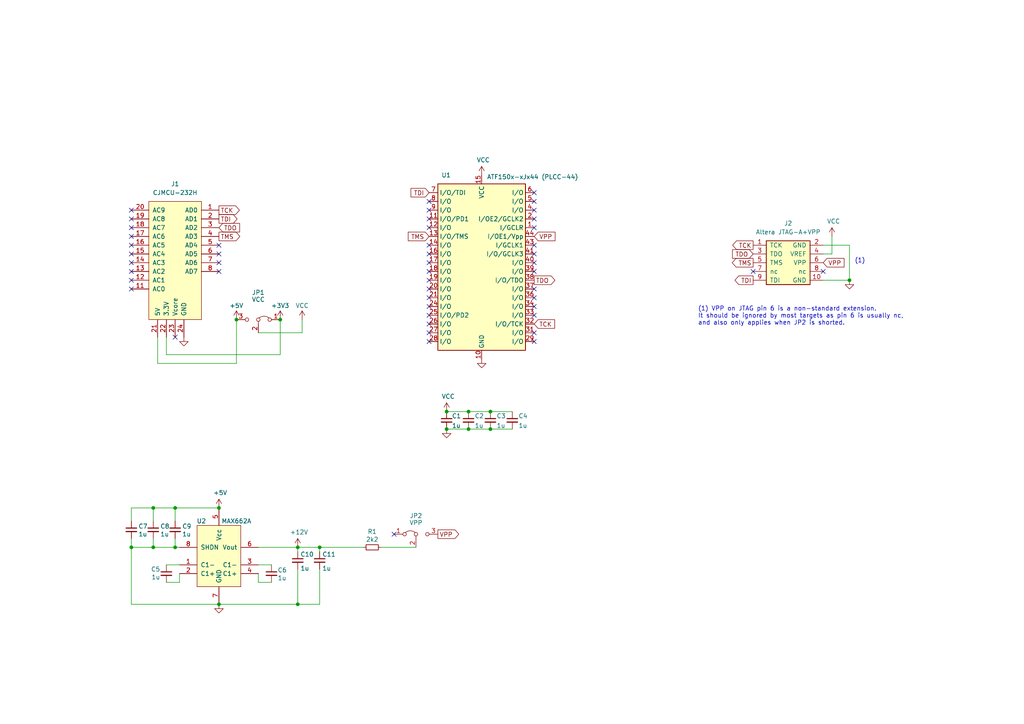
<source format=kicad_sch>
(kicad_sch (version 20231120) (generator "eeschema") (generator_version "8.0")
  (paper "A4")
  (title_block (title "FT232H-ATF150x") (date "2024-06-23") (rev "002") (company "Brian K. White") (comment 1 "CC-BY-SA") (comment 2 "github.com/bkw777/FT232H-ATF150x"))
  (lib_symbols
    (symbol "000_LOCAL:ATF150x-xJx44 (PLCC-44)"
      (property "Reference" "U" (at -12.446 24.892 0))
      (property "Value" "ATF150x-xJx44 (PLCC-44)" (at 1.524 24.892 0))
      (symbol "ATF150x-xJx44 (PLCC-44)_0_1"
        (rectangle (start -12.7 22.86) (end 12.7 -25.4) (stroke (width 0.254)) (fill (type background)))
      )
      (symbol "ATF150x-xJx44 (PLCC-44)_1_1"
        (pin input line (at 15.24 10.16 180) (length 2.54) (name "I/GCLR") (number "1"))
        (pin power_in line (at 0 -27.94 90) (length 2.54) (name "GND") (number "10"))
        (pin bidirectional line (at -15.24 12.7 0) (length 2.54) (name "I/O/PD1") (number "11"))
        (pin bidirectional line (at -15.24 10.16 0) (length 2.54) (name "I/O") (number "12"))
        (pin bidirectional line (at -15.24 7.62 0) (length 2.54) (name "I/O/TMS") (number "13"))
        (pin bidirectional line (at -15.24 5.08 0) (length 2.54) (name "I/O") (number "14"))
        (pin power_in line (at 0 25.4 270) (length 2.54) (name "VCC") (number "15"))
        (pin bidirectional line (at -15.24 2.54 0) (length 2.54) (name "I/O") (number "16"))
        (pin bidirectional line (at -15.24 0 0) (length 2.54) (name "I/O") (number "17"))
        (pin bidirectional line (at -15.24 -2.54 0) (length 2.54) (name "I/O") (number "18"))
        (pin bidirectional line (at -15.24 -5.08 0) (length 2.54) (name "I/O") (number "19"))
        (pin input line (at 15.24 12.7 180) (length 2.54) (name "I/OE2/GCLK2") (number "2"))
        (pin bidirectional line (at -15.24 -7.62 0) (length 2.54) (name "I/O") (number "20"))
        (pin bidirectional line (at -15.24 -10.16 0) (length 2.54) (name "I/O") (number "21"))
        (pin passive line (at 0 -27.94 90) (length 2.54) hide (name "GND") (number "22"))
        (pin passive line (at 0 25.4 270) (length 2.54) hide (name "VCC") (number "23"))
        (pin bidirectional line (at -15.24 -12.7 0) (length 2.54) (name "I/O") (number "24"))
        (pin bidirectional line (at -15.24 -15.24 0) (length 2.54) (name "I/O/PD2") (number "25"))
        (pin bidirectional line (at -15.24 -17.78 0) (length 2.54) (name "I/O") (number "26"))
        (pin bidirectional line (at -15.24 -20.32 0) (length 2.54) (name "I/O") (number "27"))
        (pin bidirectional line (at -15.24 -22.86 0) (length 2.54) (name "I/O") (number "28"))
        (pin bidirectional line (at 15.24 -22.86 180) (length 2.54) (name "I/O") (number "29"))
        (pin passive line (at 0 25.4 270) (length 2.54) hide (name "VCC") (number "3"))
        (pin passive line (at 0 -27.94 90) (length 2.54) hide (name "GND") (number "30"))
        (pin bidirectional line (at 15.24 -20.32 180) (length 2.54) (name "I/O") (number "31"))
        (pin bidirectional line (at 15.24 -17.78 180) (length 2.54) (name "I/O/TCK") (number "32"))
        (pin bidirectional line (at 15.24 -15.24 180) (length 2.54) (name "I/O") (number "33"))
        (pin bidirectional line (at 15.24 -12.7 180) (length 2.54) (name "I/O") (number "34"))
        (pin passive line (at 0 25.4 270) (length 2.54) hide (name "VCC") (number "35"))
        (pin bidirectional line (at 15.24 -10.16 180) (length 2.54) (name "I/O") (number "36"))
        (pin bidirectional line (at 15.24 -7.62 180) (length 2.54) (name "I/O") (number "37"))
        (pin bidirectional line (at 15.24 -5.08 180) (length 2.54) (name "I/O/TDO") (number "38"))
        (pin bidirectional line (at 15.24 -2.54 180) (length 2.54) (name "I/O") (number "39"))
        (pin bidirectional line (at 15.24 15.24 180) (length 2.54) (name "I/O") (number "4"))
        (pin bidirectional line (at 15.24 0 180) (length 2.54) (name "I/O") (number "40"))
        (pin bidirectional line (at 15.24 2.54 180) (length 2.54) (name "I/O/GCLK3") (number "41"))
        (pin passive line (at 0 -27.94 90) (length 2.54) hide (name "GND") (number "42"))
        (pin input line (at 15.24 5.08 180) (length 2.54) (name "I/GCLK1") (number "43"))
        (pin input line (at 15.24 7.62 180) (length 2.54) (name "I/OE1/Vpp") (number "44"))
        (pin bidirectional line (at 15.24 17.78 180) (length 2.54) (name "I/O") (number "5"))
        (pin bidirectional line (at 15.24 20.32 180) (length 2.54) (name "I/O") (number "6"))
        (pin bidirectional line (at -15.24 20.32 0) (length 2.54) (name "I/O/TDI") (number "7"))
        (pin bidirectional line (at -15.24 17.78 0) (length 2.54) (name "I/O") (number "8"))
        (pin bidirectional line (at -15.24 15.24 0) (length 2.54) (name "I/O") (number "9"))
      )
    )
    (symbol "000_LOCAL:Altera JTAG-A+VPP" (pin_names (offset 1.016))
      (property "Reference" "J" (at 0 11.43 0))
      (property "Value" "Altera JTAG-A+VPP" (at 0 8.89 0))
      (symbol "Altera JTAG-A+VPP_1_1"
        (rectangle (start -6.35 6.35) (end 6.35 -6.35) (stroke (width 0.254)) (fill (type background)))
        (pin passive line (at -10.16 5.08 0) (length 3.81) (name "TCK") (number "1"))
        (pin passive line (at 10.16 -5.08 180) (length 3.81) (name "GND") (number "10"))
        (pin passive line (at 10.16 5.08 180) (length 3.81) (name "GND") (number "2"))
        (pin passive line (at -10.16 2.54 0) (length 3.81) (name "TDO") (number "3"))
        (pin passive line (at 10.16 2.54 180) (length 3.81) (name "VREF") (number "4"))
        (pin passive line (at -10.16 0 0) (length 3.81) (name "TMS") (number "5"))
        (pin passive line (at 10.16 0 180) (length 3.81) (name "VPP") (number "6"))
        (pin passive line (at -10.16 -2.54 0) (length 3.81) (name "nc") (number "7"))
        (pin passive line (at 10.16 -2.54 180) (length 3.81) (name "nc") (number "8"))
        (pin passive line (at -10.16 -5.08 0) (length 3.81) (name "TDI") (number "9"))
      )
    )
    (symbol "000_LOCAL:C" (pin_numbers hide) (pin_names (offset 0.254) hide)
      (property "Reference" "C" (at 0.254 1.778 0))
      (property "Value" "C" (at 0.254 -2.032 0))
      (symbol "C_0_1"
        (polyline (pts (xy -1.524 -0.508) (xy 1.524 -0.508)) (stroke (width 0.3302)))
        (polyline (pts (xy -1.524 0.508) (xy 1.524 0.508)) (stroke (width 0.3048)))
      )
      (symbol "C_1_1"
        (pin passive line (at 0 2.54 270) (length 2.032) (name "~") (number "1"))
        (pin passive line (at 0 -2.54 90) (length 2.032) (name "~") (number "2"))
      )
    )
    (symbol "000_LOCAL:Jumper_3_Bridged12" (pin_names (offset 0) hide) (exclude_from_sim yes) (in_bom no)
      (property "Reference" "JP" (at -2.54 -2.54 0))
      (property "Value" "Jumper_3_Bridged12" (at 0 2.794 0))
      (symbol "Jumper_3_Bridged12_0_0"
        (circle (center -3.302 0) (radius 0.508))
        (circle (center 0 0) (radius 0.508))
        (circle (center 3.302 0) (radius 0.508))
      )
      (symbol "Jumper_3_Bridged12_0_1"
        (arc (start -0.254 0.508) (mid -1.651 0.9912) (end -3.048 0.508))
        (polyline (pts (xy 0 -1.27) (xy 0 -0.508)))
      )
      (symbol "Jumper_3_Bridged12_1_1"
        (pin passive line (at -6.35 0 0) (length 2.54) (name "A") (number "1"))
        (pin passive line (at 0 -3.81 90) (length 2.54) (name "C") (number "2"))
        (pin passive line (at 6.35 0 180) (length 2.54) (name "B") (number "3"))
      )
    )
    (symbol "000_LOCAL:R" (pin_numbers hide) (pin_names (offset 0.254) hide)
      (property "Reference" "R" (at 0.762 0.508 0))
      (property "Value" "R" (at 0.762 -1.016 0))
      (symbol "R_0_1"
        (rectangle (start -0.762 1.778) (end 0.762 -1.778) (stroke (width 0.2032)))
      )
      (symbol "R_1_1"
        (pin passive line (at 0 2.54 270) (length 0.762) (name "~") (number "1"))
        (pin passive line (at 0 -2.54 90) (length 0.762) (name "~") (number "2"))
      )
    )
    (symbol "ATF2FT232HQ-rescue:+12V-power" (power) (pin_names (offset 0))
      (property "Value" "power_+12V" (at 0 3.556 0))
      (symbol "+12V-power_0_1"
        (polyline (pts (xy -0.762 1.27) (xy 0 2.54)))
        (polyline (pts (xy 0 0) (xy 0 2.54)))
        (polyline (pts (xy 0 2.54) (xy 0.762 1.27)))
      )
      (symbol "+12V-power_1_1"
        (pin power_in line (at 0 0 90) (length 0) hide (name "+12V") (number "1"))
      )
    )
    (symbol "ATF2FT232HQ-rescue:+3V3-power" (power) (pin_names (offset 0))
      (property "Value" "power_+3V3" (at 0 3.556 0))
      (symbol "+3V3-power_0_1"
        (polyline (pts (xy -0.762 1.27) (xy 0 2.54)))
        (polyline (pts (xy 0 0) (xy 0 2.54)))
        (polyline (pts (xy 0 2.54) (xy 0.762 1.27)))
      )
      (symbol "+3V3-power_1_1"
        (pin power_in line (at 0 0 90) (length 0) hide (name "+3V3") (number "1"))
      )
    )
    (symbol "ATF2FT232HQ-rescue:+5V-power" (power) (pin_names (offset 0))
      (property "Value" "power_+5V" (at 0 3.556 0))
      (symbol "+5V-power_0_1"
        (polyline (pts (xy -0.762 1.27) (xy 0 2.54)))
        (polyline (pts (xy 0 0) (xy 0 2.54)))
        (polyline (pts (xy 0 2.54) (xy 0.762 1.27)))
      )
      (symbol "+5V-power_1_1"
        (pin power_in line (at 0 0 90) (length 0) hide (name "+5V") (number "1"))
      )
    )
    (symbol "ATF2FT232HQ-rescue:GND-power" (power) (pin_names (offset 0))
      (property "Value" "power_GND" (at 0 -3.81 0))
      (symbol "GND-power_0_1"
        (polyline (pts (xy 0 0) (xy 0 -1.27) (xy 1.27 -1.27) (xy 0 -2.54) (xy -1.27 -1.27) (xy 0 -1.27)))
      )
      (symbol "GND-power_1_1"
        (pin power_in line (at 0 0 270) (length 0) hide (name "GND") (number "1"))
      )
    )
    (symbol "ATF2FT232HQ-rescue:VCC-power" (power) (pin_names (offset 0))
      (property "Value" "power_VCC" (at 0 3.81 0))
      (symbol "VCC-power_0_1"
        (polyline (pts (xy -0.762 1.27) (xy 0 2.54)))
        (polyline (pts (xy 0 0) (xy 0 2.54)))
        (polyline (pts (xy 0 2.54) (xy 0.762 1.27)))
      )
      (symbol "VCC-power_1_1"
        (pin power_in line (at 0 0 90) (length 0) hide (name "VCC") (number "1"))
      )
    )
    (symbol "CJMCU-232H_1" (pin_names (offset 1.016))
      (property "Reference" "J" (at 0 10.16 0))
      (property "Value" "CJMCU-232H" (at 0 7.62 0))
      (symbol "CJMCU-232H_1_1_1"
        (rectangle (start -7.62 5.08) (end 7.62 -29.21) (fill (type background)))
        (pin bidirectional line (at 12.7 2.54 180) (length 5.08) (name "AD0") (number "1"))
        (pin passive line (at 2.54 -34.29 90) (length 5.08) hide (name "GND") (number "10"))
        (pin bidirectional line (at -12.7 -20.32 0) (length 5.08) (name "AC0") (number "11"))
        (pin bidirectional line (at -12.7 -17.78 0) (length 5.08) (name "AC1") (number "12"))
        (pin bidirectional line (at -12.7 -15.24 0) (length 5.08) (name "AC2") (number "13"))
        (pin bidirectional line (at -12.7 -12.7 0) (length 5.08) (name "AC3") (number "14"))
        (pin bidirectional line (at -12.7 -10.16 0) (length 5.08) (name "AC4") (number "15"))
        (pin bidirectional line (at -12.7 -7.62 0) (length 5.08) (name "AC5") (number "16"))
        (pin bidirectional line (at -12.7 -5.08 0) (length 5.08) (name "AC6") (number "17"))
        (pin bidirectional line (at -12.7 -2.54 0) (length 5.08) (name "AC7") (number "18"))
        (pin bidirectional line (at -12.7 0 0) (length 5.08) (name "AC8") (number "19"))
        (pin bidirectional line (at 12.7 0 180) (length 5.08) (name "AD1") (number "2"))
        (pin bidirectional line (at -12.7 2.54 0) (length 5.08) (name "AC9") (number "20"))
        (pin power_out line (at -5.08 -34.29 90) (length 5.08) (name "5V") (number "21"))
        (pin power_out line (at -2.54 -34.29 90) (length 5.08) (name "3.3V") (number "22"))
        (pin power_out line (at 0 -34.29 90) (length 5.08) (name "Vcore") (number "23"))
        (pin power_out line (at 2.54 -34.29 90) (length 5.08) (name "GND") (number "24"))
        (pin bidirectional line (at 12.7 -2.54 180) (length 5.08) (name "AD2") (number "3"))
        (pin bidirectional line (at 12.7 -5.08 180) (length 5.08) (name "AD3") (number "4"))
        (pin bidirectional line (at 12.7 -7.62 180) (length 5.08) (name "AD4") (number "5"))
        (pin bidirectional line (at 12.7 -10.16 180) (length 5.08) (name "AD5") (number "6"))
        (pin bidirectional line (at 12.7 -12.7 180) (length 5.08) (name "AD6") (number "7"))
        (pin bidirectional line (at 12.7 -15.24 180) (length 5.08) (name "AD7") (number "8"))
        (pin passive line (at -5.08 -34.29 90) (length 5.08) hide (name "5V") (number "9"))
      )
    )
    (symbol "max662:MAX662A" (pin_names (offset 1.016))
      (property "Reference" "U" (at -5.08 11.43 0))
      (property "Value" "MAX662A" (at 0 3.81 0))
      (symbol "MAX662A_0_1"
        (rectangle (start 6.35 12.7) (end -6.35 -5.08) (fill (type background)))
      )
      (symbol "MAX662A_1_1"
        (pin passive line (at -11.43 1.27 0) (length 5.08) (name "C1-") (number "1"))
        (pin passive line (at -11.43 -1.27 0) (length 5.08) (name "C1+") (number "2"))
        (pin passive line (at 11.43 1.27 180) (length 5.08) (name "C1-") (number "3"))
        (pin passive line (at 11.43 -1.27 180) (length 5.08) (name "C1+") (number "4"))
        (pin power_in line (at 0 17.78 270) (length 5.08) (name "Vcc") (number "5"))
        (pin power_out line (at 11.43 6.35 180) (length 5.08) (name "Vout") (number "6"))
        (pin power_in line (at 0 -10.16 90) (length 5.08) (name "GND") (number "7"))
        (pin input line (at -11.43 6.35 0) (length 5.08) (name "SHDN") (number "8"))
      )
    )
  )
  (junction (at 50.8 147.32))
  (junction (at 86.36 158.75))
  (junction (at 63.5 147.32))
  (junction (at 50.8 158.75))
  (junction (at 129.54 119.38))
  (junction (at 92.71 158.75))
  (junction (at 129.54 124.46))
  (junction (at 86.36 175.26))
  (junction (at 63.5 175.26))
  (junction (at 68.58 92.71))
  (junction (at 142.24 119.38))
  (junction (at 135.89 124.46))
  (junction (at 38.1 158.75))
  (junction (at 44.45 147.32))
  (junction (at 135.89 119.38))
  (junction (at 142.24 124.46))
  (junction (at 81.28 92.71))
  (junction (at 246.38 81.28))
  (junction (at 44.45 158.75))
  (no_connect (at 124.46 93.98))
  (no_connect (at 50.8 97.79))
  (no_connect (at 154.94 99.06))
  (no_connect (at 124.46 58.42))
  (no_connect (at 124.46 83.82))
  (no_connect (at 154.94 66.04))
  (no_connect (at 124.46 99.06))
  (no_connect (at 154.94 63.5))
  (no_connect (at 218.44 78.74))
  (no_connect (at 124.46 81.28))
  (no_connect (at 154.94 86.36))
  (no_connect (at 38.1 66.04))
  (no_connect (at 238.76 78.74))
  (no_connect (at 124.46 60.96))
  (no_connect (at 63.5 78.74))
  (no_connect (at 38.1 78.74))
  (no_connect (at 38.1 76.2))
  (no_connect (at 124.46 96.52))
  (no_connect (at 114.3 154.94))
  (no_connect (at 124.46 88.9))
  (no_connect (at 124.46 78.74))
  (no_connect (at 63.5 76.2))
  (no_connect (at 154.94 55.88))
  (no_connect (at 38.1 73.66))
  (no_connect (at 154.94 78.74))
  (no_connect (at 63.5 73.66))
  (no_connect (at 63.5 71.12))
  (no_connect (at 38.1 81.28))
  (no_connect (at 124.46 86.36))
  (no_connect (at 38.1 83.82))
  (no_connect (at 38.1 68.58))
  (no_connect (at 124.46 66.04))
  (no_connect (at 124.46 73.66))
  (no_connect (at 124.46 76.2))
  (no_connect (at 124.46 63.5))
  (no_connect (at 154.94 60.96))
  (no_connect (at 154.94 76.2))
  (no_connect (at 124.46 71.12))
  (no_connect (at 154.94 83.82))
  (no_connect (at 154.94 58.42))
  (no_connect (at 154.94 96.52))
  (no_connect (at 154.94 88.9))
  (no_connect (at 124.46 91.44))
  (no_connect (at 38.1 60.96))
  (no_connect (at 38.1 71.12))
  (no_connect (at 154.94 91.44))
  (no_connect (at 38.1 63.5))
  (no_connect (at 154.94 71.12))
  (no_connect (at 154.94 73.66))
  (wire (pts (xy 48.26 102.87) (xy 48.26 97.79)))
  (wire (pts (xy 246.38 71.12) (xy 246.38 81.28)))
  (wire (pts (xy 48.26 102.87) (xy 81.28 102.87)))
  (wire (pts (xy 92.71 175.26) (xy 92.71 165.1)))
  (wire (pts (xy 86.36 158.75) (xy 92.71 158.75)))
  (wire (pts (xy 86.36 165.1) (xy 86.36 175.26)))
  (wire (pts (xy 129.54 124.46) (xy 135.89 124.46)))
  (wire (pts (xy 92.71 158.75) (xy 105.41 158.75)))
  (wire (pts (xy 238.76 71.12) (xy 246.38 71.12)))
  (wire (pts (xy 38.1 156.21) (xy 38.1 158.75)))
  (wire (pts (xy 86.36 160.02) (xy 86.36 158.75)))
  (wire (pts (xy 38.1 175.26) (xy 63.5 175.26)))
  (wire (pts (xy 129.54 119.38) (xy 135.89 119.38)))
  (wire (pts (xy 50.8 158.75) (xy 52.07 158.75)))
  (wire (pts (xy 44.45 156.21) (xy 44.45 158.75)))
  (wire (pts (xy 50.8 147.32) (xy 44.45 147.32)))
  (wire (pts (xy 142.24 124.46) (xy 148.59 124.46)))
  (wire (pts (xy 38.1 147.32) (xy 38.1 151.13)))
  (wire (pts (xy 135.89 124.46) (xy 142.24 124.46)))
  (wire (pts (xy 74.93 166.37) (xy 74.93 168.91)))
  (wire (pts (xy 238.76 81.28) (xy 246.38 81.28)))
  (wire (pts (xy 50.8 156.21) (xy 50.8 158.75)))
  (wire (pts (xy 48.26 163.83) (xy 52.07 163.83)))
  (wire (pts (xy 68.58 105.41) (xy 68.58 92.71)))
  (wire (pts (xy 45.72 105.41) (xy 45.72 97.79)))
  (wire (pts (xy 38.1 158.75) (xy 38.1 175.26)))
  (wire (pts (xy 44.45 147.32) (xy 38.1 147.32)))
  (wire (pts (xy 44.45 158.75) (xy 50.8 158.75)))
  (wire (pts (xy 86.36 175.26) (xy 92.71 175.26)))
  (wire (pts (xy 74.93 158.75) (xy 86.36 158.75)))
  (wire (pts (xy 87.63 92.71) (xy 87.63 96.52)))
  (wire (pts (xy 110.49 158.75) (xy 120.65 158.75)))
  (wire (pts (xy 81.28 92.71) (xy 81.28 102.87)))
  (wire (pts (xy 52.07 168.91) (xy 52.07 166.37)))
  (wire (pts (xy 74.93 163.83) (xy 78.74 163.83)))
  (wire (pts (xy 241.3 68.58) (xy 241.3 73.66)))
  (wire (pts (xy 241.3 73.66) (xy 238.76 73.66)))
  (wire (pts (xy 74.93 168.91) (xy 78.74 168.91)))
  (wire (pts (xy 50.8 147.32) (xy 50.8 151.13)))
  (wire (pts (xy 92.71 158.75) (xy 92.71 160.02)))
  (wire (pts (xy 45.72 105.41) (xy 68.58 105.41)))
  (wire (pts (xy 142.24 119.38) (xy 148.59 119.38)))
  (wire (pts (xy 44.45 147.32) (xy 44.45 151.13)))
  (wire (pts (xy 74.93 96.52) (xy 87.63 96.52)))
  (wire (pts (xy 63.5 175.26) (xy 86.36 175.26)))
  (wire (pts (xy 135.89 119.38) (xy 142.24 119.38)))
  (wire (pts (xy 63.5 147.32) (xy 50.8 147.32)))
  (wire (pts (xy 38.1 158.75) (xy 44.45 158.75)))
  (wire (pts (xy 48.26 168.91) (xy 52.07 168.91)))
  (text "(1)" (at 249.428 75.692 0) (effects (font (size 1.27 1.27))))
  (text "(1) VPP on JTAG pin 6 is a non-standard extension.\nIt should be ignored by most targets as pin 6 is usually nc,\nand also only applies when JP2 is shorted." (at 202.438 94.488 0) (effects (font (size 1.27 1.27)) (justify left bottom)))
  (global_label "TCK" (shape output) (at 63.5 60.96 0) (property "Intersheetrefs" "${INTERSHEET_REFS}" (effects (hide yes))))
  (global_label "VPP" (shape input) (at 238.76 76.2 0) (property "Intersheetrefs" "${INTERSHEET_REFS}" (effects (hide yes))))
  (global_label "TDO" (shape input) (at 218.44 73.66 180) (property "Intersheetrefs" "${INTERSHEET_REFS}" (effects (hide yes))))
  (global_label "TCK" (shape output) (at 218.44 71.12 180) (property "Intersheetrefs" "${INTERSHEET_REFS}" (effects (hide yes))))
  (global_label "TDI" (shape output) (at 218.44 81.28 180) (property "Intersheetrefs" "${INTERSHEET_REFS}" (effects (hide yes))))
  (global_label "TDI" (shape output) (at 63.5 63.5 0) (property "Intersheetrefs" "${INTERSHEET_REFS}" (effects (hide yes))))
  (global_label "TMS" (shape output) (at 63.5 68.58 0) (property "Intersheetrefs" "${INTERSHEET_REFS}" (effects (hide yes))))
  (global_label "TCK" (shape input) (at 154.94 93.98 0) (property "Intersheetrefs" "${INTERSHEET_REFS}" (effects (hide yes))))
  (global_label "TMS" (shape input) (at 124.46 68.58 180) (property "Intersheetrefs" "${INTERSHEET_REFS}" (effects (hide yes))))
  (global_label "TMS" (shape output) (at 218.44 76.2 180) (property "Intersheetrefs" "${INTERSHEET_REFS}" (effects (hide yes))))
  (global_label "VPP" (shape input) (at 154.94 68.58 0) (property "Intersheetrefs" "${INTERSHEET_REFS}" (effects (hide yes))))
  (global_label "VPP" (shape output) (at 127 154.94 0) (property "Intersheetrefs" "${INTERSHEET_REFS}" (effects (hide yes))))
  (global_label "TDI" (shape input) (at 124.46 55.88 180) (property "Intersheetrefs" "${INTERSHEET_REFS}" (effects (hide yes))))
  (global_label "TDO" (shape output) (at 154.94 81.28 0) (property "Intersheetrefs" "${INTERSHEET_REFS}" (effects (hide yes))))
  (global_label "TDO" (shape input) (at 63.5 66.04 0) (property "Intersheetrefs" "${INTERSHEET_REFS}" (effects (hide yes))))
  (symbol (lib_id "ATF2FT232HQ-rescue:GND-power") (at 53.34 97.79 0) (unit 1)
    (property "Reference" "#PWR0101" (effects (hide yes)))
    (property "Value" "GND" (effects (hide yes)))
  )
  (symbol (lib_id "ATF2FT232HQ-rescue:+3V3-power") (at 81.28 92.71 0) (unit 1)
    (property "Reference" "#PWR0103" (effects (hide yes)))
    (property "Value" "+3V3" (at 81.28 88.646 0))
  )
  (symbol (lib_id "ATF2FT232HQ-rescue:+5V-power") (at 68.58 92.71 0) (unit 1)
    (property "Reference" "#PWR0104" (effects (hide yes)))
    (property "Value" "+5V" (at 68.58 88.646 0))
  )
  (symbol (lib_id "000_LOCAL:C") (at 129.54 121.92 0) (unit 1)
    (property "Reference" "C1" (at 131.064 120.65 0) (effects (justify left)))
    (property "Value" "1u" (at 131.064 123.444 0) (effects (justify left)))
    (property "Footprint" "000_LOCAL:C_0805" (effects (hide yes)))
    (property "Description" "Unpolarized capacitor, small symbol" (effects (hide yes)))
  )
  (symbol (lib_id "max662:MAX662A") (at 63.5 165.1 0) (unit 1)
    (property "Reference" "U2" (at 58.42 151.13 0))
    (property "Value" "MAX662A" (at 68.58 151.13 0))
    (property "Footprint" "000_LOCAL:SOIC-8" (effects (hide yes)))
  )
  (symbol (lib_id "000_LOCAL:C") (at 48.26 166.37 0) (unit 1)
    (property "Reference" "C5" (at 46.482 165.1 0) (effects (justify right)))
    (property "Value" "1u" (at 46.482 167.386 0) (effects (justify right)))
    (property "Footprint" "000_LOCAL:C_0805" (effects (hide yes)))
    (property "Description" "Unpolarized capacitor, small symbol" (effects (hide yes)))
  )
  (symbol (lib_id "ATF2FT232HQ-rescue:VCC-power") (at 241.3 68.58 0) (unit 1)
    (property "Reference" "#PWR0116" (effects (hide yes)))
    (property "Value" "VCC" (at 241.7572 64.1858 0))
  )
  (symbol (lib_id "ATF2FT232HQ-rescue:+12V-power") (at 86.36 158.75 0) (unit 1)
    (property "Reference" "#PWR0109" (effects (hide yes)))
    (property "Value" "+12V" (at 86.741 154.3558 0))
  )
  (symbol (lib_id "ATF2FT232HQ-rescue:+5V-power") (at 63.5 147.32 0) (unit 1)
    (property "Reference" "#PWR0110" (effects (hide yes)))
    (property "Value" "+5V" (at 63.881 142.9258 0))
  )
  (symbol (lib_id "ATF2FT232HQ-rescue:VCC-power") (at 87.63 92.71 0) (unit 1)
    (property "Reference" "#PWR0114" (effects (hide yes)))
    (property "Value" "VCC" (at 87.63 88.646 0))
  )
  (symbol (lib_id "ATF2FT232HQ-rescue:GND-power") (at 246.38 81.28 0) (unit 1)
    (property "Reference" "#PWR03" (effects (hide yes)))
    (property "Value" "GND" (effects (hide yes)))
  )
  (symbol (lib_id "000_LOCAL:C") (at 142.24 121.92 0) (unit 1)
    (property "Reference" "C3" (at 144.018 120.65 0) (effects (justify left)))
    (property "Value" "1u" (at 144.018 123.444 0) (effects (justify left)))
    (property "Footprint" "000_LOCAL:C_0805" (effects (hide yes)))
    (property "Description" "Unpolarized capacitor, small symbol" (effects (hide yes)))
  )
  (symbol (lib_id "000_LOCAL:C") (at 148.59 121.92 0) (unit 1)
    (property "Reference" "C4" (at 150.368 120.65 0) (effects (justify left)))
    (property "Value" "1u" (at 150.368 123.444 0) (effects (justify left)))
    (property "Footprint" "000_LOCAL:C_0805" (effects (hide yes)))
    (property "Description" "Unpolarized capacitor, small symbol" (effects (hide yes)))
  )
  (symbol (lib_id "000_LOCAL:Jumper_3_Bridged12") (at 74.93 92.71 0) (mirror y) (unit 1) (exclude_from_sim yes) (in_bom no)
    (property "Reference" "JP1" (at 74.93 84.836 0))
    (property "Value" "VCC" (at 74.93 86.868 0))
    (property "Footprint" "000_LOCAL:PinHeader_1x03_P2.54mm_Vertical" (effects (hide yes)))
    (property "Description" "Jumper, 3-pole, pins 1+2 closed/bridged" (effects (hide yes)))
  )
  (symbol (lib_id "000_LOCAL:R") (at 107.95 158.75 270) (unit 1)
    (property "Reference" "R1" (at 107.95 154.178 90))
    (property "Value" "2k2" (at 107.95 156.464 90))
    (property "Footprint" "000_LOCAL:R_0805" (effects (hide yes)))
    (property "Description" "Resistor, small symbol" (effects (hide yes)))
  )
  (symbol (lib_id "ATF2FT232HQ-rescue:GND-power") (at 139.7 104.14 0) (unit 1)
    (property "Reference" "#PWR07" (effects (hide yes)))
    (property "Value" "GND" (effects (hide yes)))
  )
  (symbol (lib_id "000_LOCAL:C") (at 135.89 121.92 0) (unit 1)
    (property "Reference" "C2" (at 137.668 120.65 0) (effects (justify left)))
    (property "Value" "1u" (at 137.668 123.444 0) (effects (justify left)))
    (property "Footprint" "000_LOCAL:C_0805" (effects (hide yes)))
    (property "Description" "Unpolarized capacitor, small symbol" (effects (hide yes)))
  )
  (symbol (lib_id "000_LOCAL:Jumper_3_Bridged12") (at 120.65 154.94 0) (unit 1) (exclude_from_sim yes) (in_bom no)
    (property "Reference" "JP2" (at 120.65 149.606 0))
    (property "Value" "VPP" (at 120.65 151.638 0))
    (property "Footprint" "000_LOCAL:PinHeader_1x03_P2.54mm_Vertical" (effects (hide yes)))
    (property "Description" "Jumper, 3-pole, pins 1+2 closed/bridged" (effects (hide yes)))
  )
  (symbol (lib_id "ATF2FT232HQ-rescue:GND-power") (at 129.54 124.46 0) (unit 1)
    (property "Reference" "#PWR06" (effects (hide yes)))
    (property "Value" "GND" (effects (hide yes)))
  )
  (symbol (lib_id "ATF2FT232HQ-rescue:VCC-power") (at 139.7 50.8 0) (unit 1)
    (property "Reference" "#PWR08" (effects (hide yes)))
    (property "Value" "VCC" (at 140.1572 46.4058 0))
  )
  (symbol (lib_id "000_LOCAL:C") (at 50.8 153.67 0) (unit 1)
    (property "Reference" "C9" (at 52.832 152.654 0) (effects (justify left)))
    (property "Value" "1u" (at 52.832 154.94 0) (effects (justify left)))
    (property "Footprint" "000_LOCAL:C_0805" (effects (hide yes)))
    (property "Description" "Unpolarized capacitor, small symbol" (effects (hide yes)))
  )
  (symbol (lib_name "CJMCU-232H_1") (lib_id "000_LOCAL:CJMCU-232H") (at 50.8 63.5 0) (unit 1)
    (property "Reference" "J1" (at 50.8 53.34 0))
    (property "Value" "CJMCU-232H" (at 50.8 55.88 0))
    (property "Footprint" "000_LOCAL:CJMCU-232H" (effects (hide yes)))
  )
  (symbol (lib_id "000_LOCAL:C") (at 78.74 166.37 0) (unit 1)
    (property "Reference" "C6" (at 80.518 165.354 0) (effects (justify left)))
    (property "Value" "1u" (at 80.518 167.64 0) (effects (justify left)))
    (property "Footprint" "000_LOCAL:C_0805" (effects (hide yes)))
    (property "Description" "Unpolarized capacitor, small symbol" (effects (hide yes)))
  )
  (symbol (lib_id "000_LOCAL:C") (at 44.45 153.67 0) (unit 1)
    (property "Reference" "C8" (at 46.482 152.654 0) (effects (justify left)))
    (property "Value" "1u" (at 46.482 154.94 0) (effects (justify left)))
    (property "Footprint" "000_LOCAL:C_0805" (effects (hide yes)))
    (property "Description" "Unpolarized capacitor, small symbol" (effects (hide yes)))
  )
  (symbol (lib_id "000_LOCAL:Altera JTAG-A+VPP") (at 228.6 76.2 0) (unit 1)
    (property "Reference" "J2" (at 228.6 64.77 0))
    (property "Value" "Altera JTAG-A+VPP" (at 228.6 67.31 0))
    (property "Footprint" "000_LOCAL:IDC-Header_2x05_P2.54mm_Vertical" (effects (hide yes)))
    (property "Datasheet" "datasheets/JTAG-A.pdf" (effects (hide yes)))
    (property "Description" "Generic connector, double row, 02x05, odd/even pin numbering scheme (row 1 odd numbers, row 2 even numbers), script generated (kicad-library-utils/schlib/autogen/connector/)" (effects (hide yes)))
  )
  (symbol (lib_id "000_LOCAL:ATF150x-xJx44 (PLCC-44)") (at 139.7 76.2 0) (unit 1)
    (property "Reference" "U1" (at 128.016 50.8 0) (effects (justify left)))
    (property "Value" "ATF150x-xJx44 (PLCC-44)" (at 141.224 51.308 0) (effects (justify left)))
    (property "Footprint" "000_LOCAL:PLCC-44_THT-Socket" (effects (hide yes)))
    (property "Datasheet" "datasheets/ATF1504AS.pdf" (effects (hide yes)))
    (property "Description" "Microchip CPLD, 32/64 Macrocell, PLCC-44, 1V8, 3V3, 5V" (effects (hide yes)))
  )
  (symbol (lib_id "ATF2FT232HQ-rescue:VCC-power") (at 129.54 119.38 0) (unit 1)
    (property "Reference" "#PWR05" (effects (hide yes)))
    (property "Value" "VCC" (at 129.9972 114.9858 0))
  )
  (symbol (lib_id "000_LOCAL:C") (at 38.1 153.67 0) (unit 1)
    (property "Reference" "C7" (at 40.132 152.654 0) (effects (justify left)))
    (property "Value" "1u" (at 40.132 154.94 0) (effects (justify left)))
    (property "Footprint" "000_LOCAL:C_0805" (effects (hide yes)))
    (property "Description" "Unpolarized capacitor, small symbol" (effects (hide yes)))
  )
  (symbol (lib_id "000_LOCAL:C") (at 86.36 162.56 0) (unit 1)
    (property "Reference" "C10" (at 87.122 160.782 0) (effects (justify left)))
    (property "Value" "1u" (at 87.122 164.846 0) (effects (justify left)))
    (property "Footprint" "000_LOCAL:C_0805" (effects (hide yes)))
    (property "Description" "Unpolarized capacitor, small symbol" (effects (hide yes)))
  )
  (symbol (lib_id "000_LOCAL:C") (at 92.71 162.56 0) (unit 1)
    (property "Reference" "C11" (at 93.472 160.782 0) (effects (justify left)))
    (property "Value" "1u" (at 93.472 164.846 0) (effects (justify left)))
    (property "Footprint" "000_LOCAL:C_0805" (effects (hide yes)))
    (property "Description" "Unpolarized capacitor, small symbol" (effects (hide yes)))
  )
  (symbol (lib_id "ATF2FT232HQ-rescue:GND-power") (at 63.5 175.26 0) (unit 1)
    (property "Reference" "#PWR01" (effects (hide yes)))
    (property "Value" "GND" (effects (hide yes)))
  )
)
</source>
